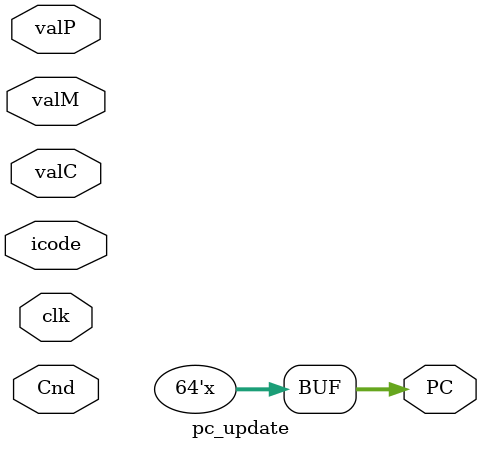
<source format=v>
module pc_update(PC,icode,Cnd,valC,valM,valP,clk);
input clk;
input [3:0]icode;
input Cnd;
input [63:0]valC;
input [63:0]valM;
input [63:0]valP;
output reg [63:0]PC;

reg [63:0]new_pc;
always @(*)
begin
	if(icode==4'h7 && Cnd==1'b1)	//jxx
        new_pc<=valC;
	else if(icode==4'h8)	//call
        new_pc<=valC;
	else if(icode==4'h9)	//ret
        new_pc<=valM;
	else
        new_pc<=valP;
    PC<=new_pc; //check timing
end

endmodule 
</source>
